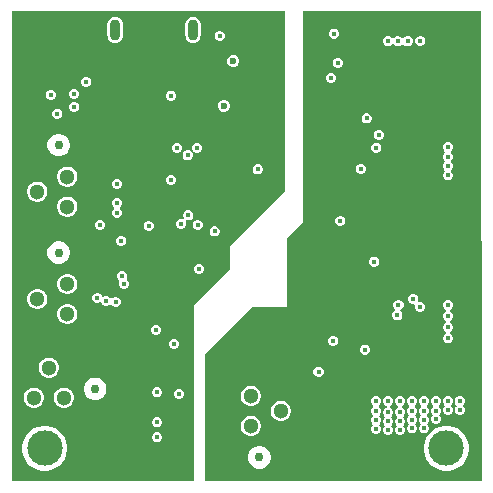
<source format=gbr>
%TF.GenerationSoftware,Altium Limited,Altium Designer,22.10.1 (41)*%
G04 Layer_Physical_Order=3*
G04 Layer_Color=16440176*
%FSLAX45Y45*%
%MOMM*%
%TF.SameCoordinates,8809E69D-4E27-4A4C-B9B4-EFB0CAEE90D1*%
%TF.FilePolarity,Positive*%
%TF.FileFunction,Copper,L3,Inr,Signal*%
%TF.Part,Single*%
G01*
G75*
%TA.AperFunction,ComponentPad*%
%ADD46C,1.30000*%
%ADD47C,0.75000*%
%TA.AperFunction,WasherPad*%
%ADD48C,3.00000*%
%TA.AperFunction,SMDPad,CuDef*%
%ADD49C,3.00000*%
%TA.AperFunction,ComponentPad*%
%ADD50O,0.90000X1.80000*%
%TA.AperFunction,ViaPad*%
%ADD51C,0.45000*%
%ADD52C,0.60000*%
%ADD53C,0.50000*%
G36*
X3995517Y3584072D02*
X3995537Y3568452D01*
X3995537Y3568452D01*
X3995537Y3568451D01*
X3996262Y2988530D01*
X3996262Y2988530D01*
X3996262Y2988529D01*
X3996583Y2732306D01*
X3996582Y2732305D01*
X3996583Y2732305D01*
X3996626Y2697621D01*
X3996626Y2697621D01*
X3996626Y2697621D01*
X3996725Y2618454D01*
X3996725Y2618454D01*
X3996725Y2618453D01*
X3997231Y2214047D01*
X3997231Y2214046D01*
X3997231Y2214046D01*
X3997618Y1904074D01*
X3997638Y1888454D01*
X3997638Y1888454D01*
X3997638Y1888453D01*
X3997694Y1843971D01*
X3997693Y1843970D01*
X3997694Y1843970D01*
X3998016Y1586576D01*
X3998015Y1586575D01*
X3998016Y1586575D01*
X3998055Y1555281D01*
X3998054Y1555281D01*
X3998055Y1555280D01*
X3998076Y1538428D01*
X3998075Y1538427D01*
X3998084Y1531029D01*
X3998085Y1531029D01*
X3998122Y1501547D01*
X3998122Y1501546D01*
X3998122Y1501546D01*
X3998138Y1488707D01*
X3998138Y1488707D01*
X3998138Y1488706D01*
X3998183Y1452697D01*
X3998183Y1452696D01*
X3998183Y1452696D01*
X3998239Y1408213D01*
X3998238Y1408213D01*
X3998239Y1408213D01*
X3998263Y1388972D01*
X3998263Y1388971D01*
X3998263Y1388971D01*
X3998355Y1314880D01*
X3998355Y1314880D01*
X3998355Y1314880D01*
X3998398Y1280834D01*
X3998398Y1280834D01*
X3998398Y1280833D01*
X3998437Y1250000D01*
X3998436Y1250000D01*
X3998437Y1250000D01*
X3998472Y1221547D01*
X3998472Y1221546D01*
X3998472Y1221546D01*
X3998527Y1177702D01*
X3998527Y1177702D01*
X3998527Y1177701D01*
X3998570Y1143656D01*
X3998569Y1143656D01*
X3998570Y1143655D01*
X3998625Y1099173D01*
X3998625Y1099172D01*
X3998625Y1099172D01*
X3998762Y990000D01*
X3998761Y990000D01*
X3998762Y990000D01*
X3998845Y923426D01*
X3998845Y923426D01*
X3998845Y923426D01*
X3999082Y733530D01*
X3999082Y733530D01*
X3999082Y733529D01*
X3999173Y661471D01*
X3999172Y661470D01*
X3999193Y644999D01*
X3999193D01*
X3999217Y625954D01*
X3999217Y625954D01*
X3999217Y625953D01*
X3999254Y596547D01*
X3999254Y596546D01*
X3999254Y596546D01*
X3999274Y580001D01*
X3999274Y580000D01*
X3999293Y565000D01*
X3999293Y565000D01*
X3999311Y550954D01*
X3999311Y550954D01*
X3999311Y550953D01*
X3999330Y535954D01*
X3999329Y535954D01*
X3999388Y488529D01*
X3999389D01*
X3999420Y463454D01*
X3999419Y463454D01*
X3999428Y456691D01*
X3999429Y456690D01*
X3999445Y444047D01*
X3999444Y444046D01*
X3999445Y444046D01*
X3999473Y421483D01*
X3999472Y421483D01*
X3999493Y404500D01*
X3999494D01*
X3999626Y298519D01*
X3999626Y298519D01*
X3999626Y298518D01*
X3999694Y244579D01*
X3999694Y244579D01*
X3999694Y244578D01*
X3999795Y164169D01*
X3999794Y164169D01*
X3999795Y164169D01*
X3999817Y146482D01*
X3999816Y146481D01*
X3999817Y146481D01*
X3999862Y110000D01*
X3999862Y110000D01*
X3999862Y109999D01*
X3999963Y29377D01*
X3990988Y20391D01*
X1656247D01*
Y1098750D01*
X2052497Y1495000D01*
X2349997D01*
X2354997Y2082500D01*
X2487497Y2215000D01*
Y4000000D01*
X3994997D01*
X3995517Y3584072D01*
D02*
G37*
G36*
X2335000Y2475000D02*
X1870000Y2010000D01*
Y1820000D01*
X1560000Y1510000D01*
Y20391D01*
X20391D01*
Y4000000D01*
X2335000D01*
Y2475000D01*
D02*
G37*
%LPC*%
G36*
X3380954Y3787501D02*
X3364047D01*
X3348426Y3781031D01*
X3336471Y3769076D01*
X3336351Y3768787D01*
X3323651D01*
X3323531Y3769076D01*
X3311576Y3781031D01*
X3295955Y3787501D01*
X3279048D01*
X3263428Y3781031D01*
X3253810Y3771414D01*
X3246252Y3770031D01*
X3238694Y3771414D01*
X3229077Y3781031D01*
X3213456Y3787501D01*
X3196549D01*
X3180928Y3781031D01*
X3168973Y3769076D01*
X3162503Y3753455D01*
Y3736548D01*
X3168973Y3720927D01*
X3180928Y3708972D01*
X3196549Y3702502D01*
X3213456D01*
X3229077Y3708972D01*
X3238694Y3718589D01*
X3246252Y3719972D01*
X3253810Y3718589D01*
X3263428Y3708972D01*
X3279048Y3702502D01*
X3295955D01*
X3311576Y3708972D01*
X3323531Y3720927D01*
X3323651Y3721216D01*
X3336351D01*
X3336471Y3720927D01*
X3348426Y3708972D01*
X3364047Y3702502D01*
X3380954D01*
X3396574Y3708972D01*
X3408530Y3720927D01*
X3415000Y3736548D01*
Y3753455D01*
X3408530Y3769076D01*
X3396574Y3781031D01*
X3380954Y3787501D01*
D02*
G37*
G36*
X2758454Y3852500D02*
X2741546D01*
X2725926Y3846030D01*
X2713970Y3834074D01*
X2707500Y3818454D01*
Y3801546D01*
X2713970Y3785926D01*
X2725926Y3773970D01*
X2741546Y3767500D01*
X2758454D01*
X2774074Y3773970D01*
X2786030Y3785926D01*
X2792500Y3801546D01*
Y3818454D01*
X2786030Y3834074D01*
X2774074Y3846030D01*
X2758454Y3852500D01*
D02*
G37*
G36*
X3488452Y3790001D02*
X3471544D01*
X3455924Y3783530D01*
X3443968Y3771575D01*
X3437498Y3755954D01*
Y3739047D01*
X3443968Y3723427D01*
X3455924Y3711471D01*
X3471544Y3705001D01*
X3488452D01*
X3504072Y3711471D01*
X3516028Y3723427D01*
X3522498Y3739047D01*
Y3755954D01*
X3516028Y3771575D01*
X3504072Y3783530D01*
X3488452Y3790001D01*
D02*
G37*
G36*
X2788453Y3602498D02*
X2771546D01*
X2755925Y3596028D01*
X2743970Y3584072D01*
X2737500Y3568452D01*
Y3551544D01*
X2743970Y3535924D01*
X2755925Y3523968D01*
X2771546Y3517498D01*
X2788453D01*
X2804074Y3523968D01*
X2816029Y3535924D01*
X2822499Y3551544D01*
Y3568452D01*
X2816029Y3584072D01*
X2804074Y3596028D01*
X2788453Y3602498D01*
D02*
G37*
G36*
X2733253Y3477499D02*
X2716346D01*
X2700725Y3471029D01*
X2688770Y3459074D01*
X2682300Y3443453D01*
Y3426546D01*
X2688770Y3410925D01*
X2700725Y3398970D01*
X2716346Y3392500D01*
X2733253D01*
X2748874Y3398970D01*
X2760829Y3410925D01*
X2767299Y3426546D01*
Y3443453D01*
X2760829Y3459074D01*
X2748874Y3471029D01*
X2733253Y3477499D01*
D02*
G37*
G36*
X3033454Y3135000D02*
X3016546D01*
X3000926Y3128530D01*
X2988970Y3116574D01*
X2982500Y3100954D01*
Y3084046D01*
X2988970Y3068426D01*
X3000926Y3056470D01*
X3016546Y3050000D01*
X3033454D01*
X3049074Y3056470D01*
X3061030Y3068426D01*
X3067500Y3084046D01*
Y3100954D01*
X3061030Y3116574D01*
X3049074Y3128530D01*
X3033454Y3135000D01*
D02*
G37*
G36*
X3135954Y2995000D02*
X3119046D01*
X3103426Y2988530D01*
X3091470Y2976574D01*
X3085000Y2960954D01*
Y2944046D01*
X3091470Y2928426D01*
X3103426Y2916470D01*
X3119046Y2910000D01*
X3135954D01*
X3151574Y2916470D01*
X3163530Y2928426D01*
X3170000Y2944046D01*
Y2960954D01*
X3163530Y2976574D01*
X3151574Y2988530D01*
X3135954Y2995000D01*
D02*
G37*
G36*
X3115954Y2887500D02*
X3099046D01*
X3083426Y2881030D01*
X3071470Y2869074D01*
X3065000Y2853454D01*
Y2836546D01*
X3071470Y2820926D01*
X3083426Y2808970D01*
X3099046Y2802500D01*
X3115954D01*
X3131574Y2808970D01*
X3143530Y2820926D01*
X3150000Y2836546D01*
Y2853454D01*
X3143530Y2869074D01*
X3131574Y2881030D01*
X3115954Y2887500D01*
D02*
G37*
G36*
X2983454Y2705000D02*
X2966546D01*
X2950926Y2698530D01*
X2938970Y2686574D01*
X2932500Y2670954D01*
Y2654046D01*
X2938970Y2638426D01*
X2950926Y2626470D01*
X2966546Y2620000D01*
X2983454D01*
X2999074Y2626470D01*
X3011030Y2638426D01*
X3017500Y2654046D01*
Y2670954D01*
X3011030Y2686574D01*
X2999074Y2698530D01*
X2983454Y2705000D01*
D02*
G37*
G36*
X3721453Y2890002D02*
X3704545D01*
X3688925Y2883532D01*
X3676969Y2871577D01*
X3670499Y2855956D01*
Y2839049D01*
X3676969Y2823428D01*
X3684231Y2816167D01*
X3687511Y2807919D01*
X3684231Y2799671D01*
X3676969Y2792409D01*
X3670499Y2776789D01*
Y2759881D01*
X3676969Y2744261D01*
X3684231Y2736999D01*
X3687511Y2728751D01*
X3684231Y2720503D01*
X3676969Y2713242D01*
X3670499Y2697621D01*
Y2680714D01*
X3676969Y2665093D01*
X3684231Y2657832D01*
X3687511Y2649584D01*
X3684231Y2641336D01*
X3676969Y2634074D01*
X3670499Y2618454D01*
Y2601546D01*
X3676969Y2585926D01*
X3688925Y2573970D01*
X3704545Y2567500D01*
X3721453D01*
X3737073Y2573970D01*
X3749029Y2585926D01*
X3755499Y2601546D01*
Y2618454D01*
X3749029Y2634074D01*
X3741767Y2641336D01*
X3738487Y2649584D01*
X3741767Y2657832D01*
X3749029Y2665093D01*
X3755499Y2680714D01*
Y2697621D01*
X3749029Y2713242D01*
X3741767Y2720503D01*
X3738487Y2728751D01*
X3741767Y2736999D01*
X3749029Y2744261D01*
X3755499Y2759881D01*
Y2776789D01*
X3749029Y2792409D01*
X3741767Y2799671D01*
X3738487Y2807919D01*
X3741767Y2816167D01*
X3749029Y2823428D01*
X3755499Y2839049D01*
Y2855956D01*
X3749029Y2871577D01*
X3737073Y2883532D01*
X3721453Y2890002D01*
D02*
G37*
G36*
X2810954Y2265000D02*
X2794046D01*
X2778426Y2258530D01*
X2766470Y2246574D01*
X2760000Y2230954D01*
Y2214046D01*
X2766470Y2198426D01*
X2778426Y2186470D01*
X2794046Y2180000D01*
X2810954D01*
X2826574Y2186470D01*
X2838530Y2198426D01*
X2845000Y2214046D01*
Y2230954D01*
X2838530Y2246574D01*
X2826574Y2258530D01*
X2810954Y2265000D01*
D02*
G37*
G36*
X3098454Y1922500D02*
X3081546D01*
X3065926Y1916030D01*
X3053970Y1904074D01*
X3047500Y1888454D01*
Y1871546D01*
X3053970Y1855926D01*
X3065926Y1843970D01*
X3081546Y1837500D01*
X3098454D01*
X3114074Y1843970D01*
X3126030Y1855926D01*
X3132500Y1871546D01*
Y1888454D01*
X3126030Y1904074D01*
X3114074Y1916030D01*
X3098454Y1922500D01*
D02*
G37*
G36*
X3428452Y1605001D02*
X3411545D01*
X3395924Y1598531D01*
X3383969Y1586575D01*
X3377498Y1570955D01*
Y1554048D01*
X3383969Y1538427D01*
X3395924Y1526472D01*
X3411545Y1520002D01*
X3425608D01*
X3432338Y1513115D01*
X3434739Y1508859D01*
X3432500Y1503454D01*
Y1486546D01*
X3438970Y1470926D01*
X3450926Y1458970D01*
X3466546Y1452500D01*
X3483454D01*
X3499074Y1458970D01*
X3511030Y1470926D01*
X3517500Y1486546D01*
Y1503454D01*
X3511030Y1519074D01*
X3499074Y1531030D01*
X3483454Y1537500D01*
X3469390D01*
X3462661Y1544386D01*
X3460259Y1548642D01*
X3462498Y1554048D01*
Y1570955D01*
X3456028Y1586575D01*
X3444072Y1598531D01*
X3428452Y1605001D01*
D02*
G37*
G36*
X3303171Y1555281D02*
X3286264D01*
X3270643Y1548810D01*
X3258688Y1536855D01*
X3252218Y1521234D01*
Y1504327D01*
X3258688Y1488707D01*
X3269194Y1478201D01*
X3269336Y1470032D01*
X3268169Y1464030D01*
X3260928Y1461031D01*
X3248973Y1449075D01*
X3242503Y1433455D01*
Y1416547D01*
X3248973Y1400927D01*
X3260928Y1388971D01*
X3276549Y1382501D01*
X3293456D01*
X3309076Y1388971D01*
X3321032Y1400927D01*
X3327502Y1416547D01*
Y1433455D01*
X3321032Y1449075D01*
X3310526Y1459581D01*
X3310384Y1467750D01*
X3311551Y1473752D01*
X3318792Y1476751D01*
X3330747Y1488707D01*
X3337217Y1504327D01*
Y1521234D01*
X3330747Y1536855D01*
X3318792Y1548810D01*
X3303171Y1555281D01*
D02*
G37*
G36*
X3720952Y1552500D02*
X3704045D01*
X3688424Y1546030D01*
X3676469Y1534074D01*
X3669999Y1518454D01*
Y1501546D01*
X3676469Y1485926D01*
X3688424Y1473970D01*
X3697511Y1470207D01*
Y1456460D01*
X3688424Y1452696D01*
X3676469Y1440741D01*
X3669999Y1425120D01*
Y1408213D01*
X3676469Y1392593D01*
X3688424Y1380637D01*
X3697511Y1376873D01*
Y1363127D01*
X3688424Y1359363D01*
X3676469Y1347408D01*
X3669999Y1331787D01*
Y1314880D01*
X3676469Y1299259D01*
X3688424Y1287304D01*
X3697511Y1283540D01*
Y1269793D01*
X3688424Y1266030D01*
X3676469Y1254074D01*
X3669999Y1238454D01*
Y1221546D01*
X3676469Y1205926D01*
X3688424Y1193970D01*
X3704045Y1187500D01*
X3720952D01*
X3736573Y1193970D01*
X3748528Y1205926D01*
X3754998Y1221546D01*
Y1238454D01*
X3748528Y1254074D01*
X3736573Y1266030D01*
X3727486Y1269793D01*
Y1283540D01*
X3736573Y1287304D01*
X3748528Y1299259D01*
X3754998Y1314880D01*
Y1331787D01*
X3748528Y1347408D01*
X3736573Y1359363D01*
X3727486Y1363127D01*
Y1376873D01*
X3736573Y1380637D01*
X3748528Y1392593D01*
X3754998Y1408213D01*
Y1425120D01*
X3748528Y1440741D01*
X3736573Y1452696D01*
X3727486Y1456460D01*
Y1470207D01*
X3736573Y1473970D01*
X3748528Y1485926D01*
X3754998Y1501546D01*
Y1518454D01*
X3748528Y1534074D01*
X3736573Y1546030D01*
X3720952Y1552500D01*
D02*
G37*
G36*
X2750954Y1250000D02*
X2734046D01*
X2718426Y1243530D01*
X2706470Y1231574D01*
X2700000Y1215954D01*
Y1199046D01*
X2706470Y1183426D01*
X2718426Y1171470D01*
X2734046Y1165000D01*
X2750954D01*
X2766574Y1171470D01*
X2778530Y1183426D01*
X2785000Y1199046D01*
Y1215954D01*
X2778530Y1231574D01*
X2766574Y1243530D01*
X2750954Y1250000D01*
D02*
G37*
G36*
X3018711Y1177702D02*
X3001804D01*
X2986183Y1171232D01*
X2974228Y1159276D01*
X2967758Y1143656D01*
Y1126748D01*
X2974228Y1111128D01*
X2986183Y1099172D01*
X3001804Y1092702D01*
X3018711D01*
X3034331Y1099172D01*
X3046287Y1111128D01*
X3052757Y1126748D01*
Y1143656D01*
X3046287Y1159276D01*
X3034331Y1171232D01*
X3018711Y1177702D01*
D02*
G37*
G36*
X2625954Y990000D02*
X2609046D01*
X2593426Y983530D01*
X2581470Y971574D01*
X2575000Y955954D01*
Y939046D01*
X2581470Y923426D01*
X2593426Y911470D01*
X2609046Y905000D01*
X2625954D01*
X2641574Y911470D01*
X2653530Y923426D01*
X2660000Y939046D01*
Y955954D01*
X2653530Y971574D01*
X2641574Y983530D01*
X2625954Y990000D01*
D02*
G37*
G36*
X2054689Y828499D02*
X2032308D01*
X2010689Y822707D01*
X1991307Y811517D01*
X1975481Y795691D01*
X1964291Y776308D01*
X1958498Y754690D01*
Y732309D01*
X1964291Y710691D01*
X1975481Y691308D01*
X1991307Y675483D01*
X2010689Y664292D01*
X2032308Y658500D01*
X2054689D01*
X2076307Y664292D01*
X2095689Y675483D01*
X2111515Y691308D01*
X2122705Y710691D01*
X2128498Y732309D01*
Y754690D01*
X2122705Y776308D01*
X2111515Y795691D01*
X2095689Y811517D01*
X2076307Y822707D01*
X2054689Y828499D01*
D02*
G37*
G36*
X3821669Y740000D02*
X3804762D01*
X3789141Y733530D01*
X3777185Y721574D01*
X3770715Y705954D01*
Y689046D01*
X3777185Y673426D01*
X3782315Y668297D01*
X3788113Y660000D01*
X3782315Y651703D01*
X3777185Y646574D01*
X3770715Y630954D01*
Y614046D01*
X3777185Y598426D01*
X3789141Y586470D01*
X3804762Y580000D01*
X3821669D01*
X3837289Y586470D01*
X3849245Y598426D01*
X3855715Y614046D01*
Y630954D01*
X3849245Y646574D01*
X3844116Y651703D01*
X3838317Y660000D01*
X3844116Y668297D01*
X3849245Y673426D01*
X3855715Y689046D01*
Y705954D01*
X3849245Y721574D01*
X3837289Y733530D01*
X3821669Y740000D01*
D02*
G37*
G36*
X3720597D02*
X3703690D01*
X3688069Y733530D01*
X3676114Y721574D01*
X3669644Y705954D01*
Y689046D01*
X3676114Y673426D01*
X3681243Y668297D01*
X3687041Y660000D01*
X3681243Y651703D01*
X3676114Y646574D01*
X3669644Y630954D01*
Y614046D01*
X3676114Y598426D01*
X3688069Y586470D01*
X3703690Y580000D01*
X3720597D01*
X3736218Y586470D01*
X3748173Y598426D01*
X3754643Y614046D01*
Y630954D01*
X3748173Y646574D01*
X3743044Y651703D01*
X3737246Y660000D01*
X3743044Y668297D01*
X3748173Y673426D01*
X3754643Y689046D01*
Y705954D01*
X3748173Y721574D01*
X3736218Y733530D01*
X3720597Y740000D01*
D02*
G37*
G36*
X2308689Y701499D02*
X2286308D01*
X2264689Y695707D01*
X2245307Y684517D01*
X2229481Y668691D01*
X2218291Y649308D01*
X2212498Y627690D01*
Y605309D01*
X2218291Y583691D01*
X2229481Y564308D01*
X2245307Y548483D01*
X2264689Y537292D01*
X2286308Y531500D01*
X2308689D01*
X2330307Y537292D01*
X2349689Y548483D01*
X2365515Y564308D01*
X2376705Y583691D01*
X2382498Y605309D01*
Y627690D01*
X2376705Y649308D01*
X2365515Y668691D01*
X2349689Y684517D01*
X2330307Y695707D01*
X2308689Y701499D01*
D02*
G37*
G36*
X3619525Y740000D02*
X3602618D01*
X3586998Y733530D01*
X3575042Y721574D01*
X3568572Y705954D01*
Y689046D01*
X3575042Y673426D01*
X3582893Y665576D01*
X3585644Y657500D01*
X3582893Y649424D01*
X3575042Y641574D01*
X3568572Y625954D01*
Y609046D01*
X3575042Y593426D01*
X3585968Y582500D01*
X3575042Y571574D01*
X3568572Y555954D01*
Y539046D01*
X3575042Y523426D01*
X3586998Y511470D01*
X3602618Y505000D01*
X3619525D01*
X3635146Y511470D01*
X3647101Y523426D01*
X3653572Y539046D01*
Y555954D01*
X3647101Y571574D01*
X3636176Y582500D01*
X3647101Y593426D01*
X3653572Y609046D01*
Y625954D01*
X3647101Y641574D01*
X3639251Y649424D01*
X3636499Y657500D01*
X3639251Y665576D01*
X3647101Y673426D01*
X3653572Y689046D01*
Y705954D01*
X3647101Y721574D01*
X3635146Y733530D01*
X3619525Y740000D01*
D02*
G37*
G36*
X3518454D02*
X3501546D01*
X3485926Y733530D01*
X3473970Y721574D01*
X3467500Y705954D01*
Y689046D01*
X3473970Y673426D01*
X3481821Y665576D01*
X3484573Y657500D01*
X3481821Y649424D01*
X3473970Y641574D01*
X3467500Y625954D01*
Y609046D01*
X3473970Y593426D01*
X3480350Y587047D01*
X3484549Y578750D01*
X3480350Y570453D01*
X3473970Y564074D01*
X3467500Y548454D01*
Y531546D01*
X3473970Y515926D01*
X3477850Y512047D01*
X3485717Y503750D01*
X3477850Y495453D01*
X3473970Y491574D01*
X3467500Y475954D01*
Y459046D01*
X3473970Y443426D01*
X3485926Y431470D01*
X3501546Y425000D01*
X3518454D01*
X3534074Y431470D01*
X3546030Y443426D01*
X3552500Y459046D01*
Y475954D01*
X3546030Y491574D01*
X3542151Y495453D01*
X3534284Y503750D01*
X3542151Y512047D01*
X3546030Y515926D01*
X3552500Y531546D01*
Y548454D01*
X3546030Y564074D01*
X3539651Y570453D01*
X3535451Y578750D01*
X3539651Y587047D01*
X3546030Y593426D01*
X3552500Y609046D01*
Y625954D01*
X3546030Y641574D01*
X3538179Y649424D01*
X3535428Y657500D01*
X3538179Y665576D01*
X3546030Y673426D01*
X3552500Y689046D01*
Y705954D01*
X3546030Y721574D01*
X3534074Y733530D01*
X3518454Y740000D01*
D02*
G37*
G36*
X3417382D02*
X3400475D01*
X3384854Y733530D01*
X3372899Y721574D01*
X3366429Y705954D01*
Y689046D01*
X3372899Y673426D01*
X3380749Y665576D01*
X3383501Y657500D01*
X3380749Y649424D01*
X3372899Y641574D01*
X3366429Y625954D01*
Y609046D01*
X3372899Y593426D01*
X3378028Y588297D01*
X3383826Y580000D01*
X3378028Y571703D01*
X3372899Y566574D01*
X3366429Y550954D01*
Y534046D01*
X3372899Y518426D01*
X3378028Y513297D01*
X3383826Y505000D01*
X3378028Y496703D01*
X3372899Y491574D01*
X3366429Y475954D01*
Y459046D01*
X3372899Y443426D01*
X3384854Y431470D01*
X3400475Y425000D01*
X3417382D01*
X3433003Y431470D01*
X3444958Y443426D01*
X3451428Y459046D01*
Y475954D01*
X3444958Y491574D01*
X3439829Y496703D01*
X3434030Y505000D01*
X3439829Y513297D01*
X3444958Y518426D01*
X3451428Y534046D01*
Y550954D01*
X3444958Y566574D01*
X3439829Y571703D01*
X3434030Y580000D01*
X3439829Y588297D01*
X3444958Y593426D01*
X3451428Y609046D01*
Y625954D01*
X3444958Y641574D01*
X3437108Y649424D01*
X3434356Y657500D01*
X3437108Y665576D01*
X3444958Y673426D01*
X3451428Y689046D01*
Y705954D01*
X3444958Y721574D01*
X3433003Y733530D01*
X3417382Y740000D01*
D02*
G37*
G36*
X3114167D02*
X3097260D01*
X3081639Y733530D01*
X3069684Y721574D01*
X3063214Y705954D01*
Y689046D01*
X3069684Y673426D01*
X3080362Y662747D01*
X3081062Y655500D01*
X3080362Y648253D01*
X3069684Y637574D01*
X3063214Y621954D01*
Y605046D01*
X3069684Y589426D01*
X3076063Y583047D01*
X3080262Y574750D01*
X3076063Y566453D01*
X3069684Y560074D01*
X3063214Y544454D01*
Y527546D01*
X3069684Y511926D01*
X3073563Y508047D01*
X3081430Y499750D01*
X3073563Y491453D01*
X3069684Y487574D01*
X3063214Y471954D01*
Y455046D01*
X3069684Y439426D01*
X3081639Y427470D01*
X3097260Y421000D01*
X3114167D01*
X3129787Y427470D01*
X3141743Y439426D01*
X3148213Y455046D01*
Y471954D01*
X3141743Y487574D01*
X3137864Y491453D01*
X3129997Y499750D01*
X3137864Y508047D01*
X3141743Y511926D01*
X3148213Y527546D01*
Y544454D01*
X3141743Y560074D01*
X3135364Y566453D01*
X3131165Y574750D01*
X3135364Y583047D01*
X3141743Y589426D01*
X3148213Y605046D01*
Y621954D01*
X3141743Y637574D01*
X3131064Y648253D01*
X3130364Y655500D01*
X3131064Y662747D01*
X3141743Y673426D01*
X3148213Y689046D01*
Y705954D01*
X3141743Y721574D01*
X3129787Y733530D01*
X3114167Y740000D01*
D02*
G37*
G36*
X3316310D02*
X3299403D01*
X3283783Y733530D01*
X3271827Y721574D01*
X3265357Y705954D01*
Y689046D01*
X3271827Y673426D01*
X3283783Y661470D01*
X3291863Y658123D01*
Y644377D01*
X3283783Y641030D01*
X3271827Y629074D01*
X3265357Y613454D01*
Y596546D01*
X3271827Y580926D01*
X3278206Y574547D01*
X3282405Y566250D01*
X3278206Y557953D01*
X3271827Y551574D01*
X3265357Y535954D01*
Y519046D01*
X3271827Y503426D01*
X3275706Y499547D01*
X3283573Y491250D01*
X3275706Y482953D01*
X3271827Y479074D01*
X3265357Y463454D01*
Y446546D01*
X3271827Y430926D01*
X3283783Y418970D01*
X3299403Y412500D01*
X3316310D01*
X3331931Y418970D01*
X3343886Y430926D01*
X3350357Y446546D01*
Y463454D01*
X3343886Y479074D01*
X3340007Y482953D01*
X3332140Y491250D01*
X3340007Y499547D01*
X3343886Y503426D01*
X3350357Y519046D01*
Y535954D01*
X3343886Y551574D01*
X3337507Y557953D01*
X3333308Y566250D01*
X3337507Y574547D01*
X3343886Y580926D01*
X3350357Y596546D01*
Y613454D01*
X3343886Y629074D01*
X3331931Y641030D01*
X3323850Y644377D01*
Y658123D01*
X3331931Y661470D01*
X3343886Y673426D01*
X3350357Y689046D01*
Y705954D01*
X3343886Y721574D01*
X3331931Y733530D01*
X3316310Y740000D01*
D02*
G37*
G36*
X3215239D02*
X3198331D01*
X3182711Y733530D01*
X3170755Y721574D01*
X3164285Y705954D01*
Y689046D01*
X3170755Y673426D01*
X3182711Y661470D01*
X3194148Y656733D01*
Y643267D01*
X3182711Y638530D01*
X3170755Y626574D01*
X3164285Y610954D01*
Y594046D01*
X3170755Y578426D01*
X3175884Y573297D01*
X3181683Y565000D01*
X3175884Y556703D01*
X3170755Y551574D01*
X3164285Y535954D01*
Y519046D01*
X3170755Y503426D01*
X3175885Y498297D01*
X3181683Y490000D01*
X3175885Y481703D01*
X3170755Y476574D01*
X3164285Y460954D01*
Y444046D01*
X3170755Y428426D01*
X3182711Y416470D01*
X3198331Y410000D01*
X3215239D01*
X3230859Y416470D01*
X3242815Y428426D01*
X3249285Y444046D01*
Y460954D01*
X3242815Y476574D01*
X3237685Y481703D01*
X3231887Y490000D01*
X3237685Y498297D01*
X3242815Y503426D01*
X3249285Y519046D01*
Y535954D01*
X3242815Y551574D01*
X3237686Y556703D01*
X3231887Y565000D01*
X3237686Y573297D01*
X3242815Y578426D01*
X3249285Y594046D01*
Y610954D01*
X3242815Y626574D01*
X3230859Y638530D01*
X3219422Y643267D01*
Y656733D01*
X3230859Y661470D01*
X3242815Y673426D01*
X3249285Y689046D01*
Y705954D01*
X3242815Y721574D01*
X3230859Y733530D01*
X3215239Y740000D01*
D02*
G37*
G36*
X2054689Y574499D02*
X2032308D01*
X2010689Y568707D01*
X1991307Y557517D01*
X1975481Y541691D01*
X1964291Y522308D01*
X1958498Y500690D01*
Y478309D01*
X1964291Y456691D01*
X1975481Y437308D01*
X1991307Y421483D01*
X2010689Y410292D01*
X2032308Y404500D01*
X2054689D01*
X2076307Y410292D01*
X2095689Y421483D01*
X2111515Y437308D01*
X2122705Y456691D01*
X2128498Y478309D01*
Y500690D01*
X2122705Y522308D01*
X2111515Y541691D01*
X2095689Y557517D01*
X2076307Y568707D01*
X2054689Y574499D01*
D02*
G37*
G36*
X2130005Y317500D02*
X2104991D01*
X2080830Y311026D01*
X2059167Y298519D01*
X2041480Y280831D01*
X2028973Y259168D01*
X2022499Y235007D01*
Y209993D01*
X2028973Y185831D01*
X2041480Y164169D01*
X2059167Y146481D01*
X2080830Y133974D01*
X2104991Y127500D01*
X2130005D01*
X2154167Y133974D01*
X2175830Y146481D01*
X2193517Y164169D01*
X2206024Y185831D01*
X2212498Y209993D01*
Y235007D01*
X2206024Y259168D01*
X2193517Y280831D01*
X2175830Y298519D01*
X2154167Y311026D01*
X2130005Y317500D01*
D02*
G37*
G36*
X3718711Y489999D02*
X3681284D01*
X3644577Y482698D01*
X3609999Y468375D01*
X3578880Y447582D01*
X3552415Y421117D01*
X3531622Y389998D01*
X3517300Y355420D01*
X3509998Y318713D01*
Y281286D01*
X3517300Y244579D01*
X3531622Y210001D01*
X3552415Y178882D01*
X3578880Y152417D01*
X3609999Y131624D01*
X3644577Y117301D01*
X3681284Y110000D01*
X3718711D01*
X3755418Y117301D01*
X3789996Y131624D01*
X3821116Y152417D01*
X3847580Y178882D01*
X3868373Y210001D01*
X3882696Y244579D01*
X3889998Y281286D01*
Y318713D01*
X3882696Y355420D01*
X3868373Y389998D01*
X3847580Y421117D01*
X3821116Y447582D01*
X3789996Y468375D01*
X3755418Y482698D01*
X3718711Y489999D01*
D02*
G37*
G36*
X1788454Y3832500D02*
X1771546D01*
X1755926Y3826030D01*
X1743970Y3814074D01*
X1737500Y3798454D01*
Y3781546D01*
X1743970Y3765926D01*
X1755926Y3753970D01*
X1771546Y3747500D01*
X1788454D01*
X1804074Y3753970D01*
X1816030Y3765926D01*
X1822500Y3781546D01*
Y3798454D01*
X1816030Y3814074D01*
X1804074Y3826030D01*
X1788454Y3832500D01*
D02*
G37*
G36*
X1554998Y3953062D02*
X1538030Y3950829D01*
X1522218Y3944279D01*
X1508640Y3933860D01*
X1498221Y3920282D01*
X1491671Y3904470D01*
X1489437Y3887502D01*
Y3797502D01*
X1491671Y3780533D01*
X1498221Y3764721D01*
X1508640Y3751144D01*
X1522218Y3740725D01*
X1538030Y3734175D01*
X1554998Y3731941D01*
X1571967Y3734175D01*
X1587778Y3740725D01*
X1601356Y3751144D01*
X1611775Y3764721D01*
X1618325Y3780533D01*
X1620559Y3797502D01*
Y3887502D01*
X1618325Y3904470D01*
X1611775Y3920282D01*
X1601356Y3933860D01*
X1587778Y3944279D01*
X1571967Y3950829D01*
X1554998Y3953062D01*
D02*
G37*
G36*
X894999D02*
X878031Y3950829D01*
X862219Y3944279D01*
X848641Y3933860D01*
X838222Y3920282D01*
X831673Y3904470D01*
X829439Y3887502D01*
Y3797502D01*
X831673Y3780533D01*
X838222Y3764721D01*
X848641Y3751144D01*
X862219Y3740725D01*
X878031Y3734175D01*
X894999Y3731941D01*
X911968Y3734175D01*
X927780Y3740725D01*
X941358Y3751144D01*
X951777Y3764721D01*
X958326Y3780533D01*
X960560Y3797502D01*
Y3887502D01*
X958326Y3904470D01*
X951777Y3920282D01*
X941358Y3933860D01*
X927780Y3944279D01*
X911968Y3950829D01*
X894999Y3953062D01*
D02*
G37*
G36*
X1906895Y3627104D02*
X1887003D01*
X1868626Y3619492D01*
X1854561Y3605427D01*
X1846949Y3587050D01*
Y3567159D01*
X1854561Y3548782D01*
X1868626Y3534716D01*
X1887003Y3527104D01*
X1906895D01*
X1925272Y3534716D01*
X1939337Y3548782D01*
X1946949Y3567159D01*
Y3587050D01*
X1939337Y3605427D01*
X1925272Y3619492D01*
X1906895Y3627104D01*
D02*
G37*
G36*
X659953Y3442498D02*
X643046D01*
X627426Y3436028D01*
X615470Y3424072D01*
X609000Y3408452D01*
Y3391545D01*
X615470Y3375924D01*
X627426Y3363969D01*
X643046Y3357498D01*
X659953D01*
X675574Y3363969D01*
X687529Y3375924D01*
X694000Y3391545D01*
Y3408452D01*
X687529Y3424072D01*
X675574Y3436028D01*
X659953Y3442498D01*
D02*
G37*
G36*
X555954Y3342500D02*
X539046D01*
X523426Y3336030D01*
X511470Y3324074D01*
X505000Y3308454D01*
Y3291546D01*
X511470Y3275926D01*
X523426Y3263970D01*
X539046Y3257500D01*
X555954D01*
X571574Y3263970D01*
X583530Y3275926D01*
X590000Y3291546D01*
Y3308454D01*
X583530Y3324074D01*
X571574Y3336030D01*
X555954Y3342500D01*
D02*
G37*
G36*
X358454Y3335000D02*
X341546D01*
X325926Y3328530D01*
X313970Y3316574D01*
X307500Y3300954D01*
Y3284046D01*
X313970Y3268426D01*
X325926Y3256470D01*
X341546Y3250000D01*
X358454D01*
X374074Y3256470D01*
X386030Y3268426D01*
X392500Y3284046D01*
Y3300954D01*
X386030Y3316574D01*
X374074Y3328530D01*
X358454Y3335000D01*
D02*
G37*
G36*
X1378453Y3327502D02*
X1361546D01*
X1345926Y3321032D01*
X1333970Y3309076D01*
X1327500Y3293456D01*
Y3276549D01*
X1333970Y3260928D01*
X1345926Y3248973D01*
X1361546Y3242503D01*
X1378453D01*
X1394074Y3248973D01*
X1406029Y3260928D01*
X1412500Y3276549D01*
Y3293456D01*
X1406029Y3309076D01*
X1394074Y3321032D01*
X1378453Y3327502D01*
D02*
G37*
G36*
X1825482Y3249460D02*
X1805590D01*
X1787213Y3241848D01*
X1773148Y3227783D01*
X1765536Y3209406D01*
Y3189515D01*
X1773148Y3171138D01*
X1787213Y3157072D01*
X1805590Y3149461D01*
X1825482D01*
X1843859Y3157072D01*
X1857924Y3171138D01*
X1865536Y3189515D01*
Y3209406D01*
X1857924Y3227783D01*
X1843859Y3241848D01*
X1825482Y3249460D01*
D02*
G37*
G36*
X558452Y3232100D02*
X541545D01*
X525924Y3225630D01*
X513968Y3213674D01*
X507498Y3198054D01*
Y3181146D01*
X513968Y3165526D01*
X525924Y3153570D01*
X541545Y3147100D01*
X558452D01*
X574072Y3153570D01*
X586028Y3165526D01*
X592498Y3181146D01*
Y3198054D01*
X586028Y3213674D01*
X574072Y3225630D01*
X558452Y3232100D01*
D02*
G37*
G36*
X415954Y3175000D02*
X399046D01*
X383426Y3168530D01*
X371470Y3156574D01*
X365000Y3140954D01*
Y3124046D01*
X371470Y3108426D01*
X383426Y3096470D01*
X399046Y3090000D01*
X415954D01*
X431574Y3096470D01*
X443530Y3108426D01*
X450000Y3124046D01*
Y3140954D01*
X443530Y3156574D01*
X431574Y3168530D01*
X415954Y3175000D01*
D02*
G37*
G36*
X1597743Y2885139D02*
X1580836D01*
X1565215Y2878668D01*
X1553260Y2866713D01*
X1546789Y2851092D01*
Y2834185D01*
X1553260Y2818565D01*
X1565215Y2806609D01*
X1580836Y2800139D01*
X1597743D01*
X1613363Y2806609D01*
X1625319Y2818565D01*
X1631789Y2834185D01*
Y2851092D01*
X1625319Y2866713D01*
X1613363Y2878668D01*
X1597743Y2885139D01*
D02*
G37*
G36*
X1428523D02*
X1411616D01*
X1395995Y2878668D01*
X1384040Y2866713D01*
X1377570Y2851092D01*
Y2834185D01*
X1384040Y2818565D01*
X1395995Y2806609D01*
X1411616Y2800139D01*
X1428523D01*
X1444143Y2806609D01*
X1456099Y2818565D01*
X1462569Y2834185D01*
Y2851092D01*
X1456099Y2866713D01*
X1444143Y2878668D01*
X1428523Y2885139D01*
D02*
G37*
G36*
X430506Y2961999D02*
X405492D01*
X381330Y2955525D01*
X359668Y2943018D01*
X341980Y2925331D01*
X329473Y2903668D01*
X322999Y2879507D01*
Y2854493D01*
X329473Y2830331D01*
X341980Y2808668D01*
X359668Y2790981D01*
X381330Y2778474D01*
X405492Y2772000D01*
X430506D01*
X454667Y2778474D01*
X476330Y2790981D01*
X494018Y2808668D01*
X506525Y2830331D01*
X512999Y2854493D01*
Y2879507D01*
X506525Y2903668D01*
X494018Y2925331D01*
X476330Y2943018D01*
X454667Y2955525D01*
X430506Y2961999D01*
D02*
G37*
G36*
X1518454Y2822500D02*
X1501546D01*
X1485926Y2816030D01*
X1473970Y2804074D01*
X1467500Y2788454D01*
Y2771546D01*
X1473970Y2755926D01*
X1485926Y2743970D01*
X1501546Y2737500D01*
X1518454D01*
X1534074Y2743970D01*
X1546030Y2755926D01*
X1552500Y2771546D01*
Y2788454D01*
X1546030Y2804074D01*
X1534074Y2816030D01*
X1518454Y2822500D01*
D02*
G37*
G36*
X2110954Y2702500D02*
X2094046D01*
X2078426Y2696030D01*
X2066470Y2684074D01*
X2060000Y2668454D01*
Y2651546D01*
X2066470Y2635926D01*
X2078426Y2623970D01*
X2094046Y2617500D01*
X2110954D01*
X2126574Y2623970D01*
X2138530Y2635926D01*
X2145000Y2651546D01*
Y2668454D01*
X2138530Y2684074D01*
X2126574Y2696030D01*
X2110954Y2702500D01*
D02*
G37*
G36*
X1378453Y2612502D02*
X1361546D01*
X1345926Y2606032D01*
X1333970Y2594077D01*
X1327500Y2578456D01*
Y2561549D01*
X1333970Y2545928D01*
X1345926Y2533973D01*
X1361546Y2527503D01*
X1378453D01*
X1394074Y2533973D01*
X1406029Y2545928D01*
X1412500Y2561549D01*
Y2578456D01*
X1406029Y2594077D01*
X1394074Y2606032D01*
X1378453Y2612502D01*
D02*
G37*
G36*
X503190Y2685000D02*
X480809D01*
X459191Y2679207D01*
X439808Y2668017D01*
X423982Y2652191D01*
X412792Y2632809D01*
X406999Y2611190D01*
Y2588809D01*
X412792Y2567191D01*
X423982Y2547809D01*
X439808Y2531983D01*
X459191Y2520793D01*
X480809Y2515000D01*
X503190D01*
X524808Y2520793D01*
X544190Y2531983D01*
X560016Y2547809D01*
X571207Y2567191D01*
X576999Y2588809D01*
Y2611190D01*
X571207Y2632809D01*
X560016Y2652191D01*
X544190Y2668017D01*
X524808Y2679207D01*
X503190Y2685000D01*
D02*
G37*
G36*
X920998Y2577623D02*
X904091D01*
X888470Y2571153D01*
X876515Y2559198D01*
X870045Y2543577D01*
Y2526670D01*
X876515Y2511050D01*
X888470Y2499094D01*
X904091Y2492624D01*
X920998D01*
X936619Y2499094D01*
X948574Y2511050D01*
X955044Y2526670D01*
Y2543577D01*
X948574Y2559198D01*
X936619Y2571153D01*
X920998Y2577623D01*
D02*
G37*
G36*
X249190Y2558000D02*
X226809D01*
X205191Y2552207D01*
X185808Y2541017D01*
X169982Y2525191D01*
X158792Y2505809D01*
X152999Y2484190D01*
Y2461809D01*
X158792Y2440191D01*
X169982Y2420809D01*
X185808Y2404983D01*
X205191Y2393793D01*
X226809Y2388000D01*
X249190D01*
X270808Y2393793D01*
X290190Y2404983D01*
X306016Y2420809D01*
X317207Y2440191D01*
X322999Y2461809D01*
Y2484190D01*
X317207Y2505809D01*
X306016Y2525191D01*
X290190Y2541017D01*
X270808Y2552207D01*
X249190Y2558000D01*
D02*
G37*
G36*
X503190Y2431000D02*
X480809D01*
X459191Y2425207D01*
X439808Y2414017D01*
X423982Y2398191D01*
X412792Y2378809D01*
X406999Y2357190D01*
Y2334809D01*
X412792Y2313191D01*
X423982Y2293809D01*
X439808Y2277983D01*
X459191Y2266793D01*
X480809Y2261000D01*
X503190D01*
X524808Y2266793D01*
X544190Y2277983D01*
X560016Y2293809D01*
X571207Y2313191D01*
X576999Y2334809D01*
Y2357190D01*
X571207Y2378809D01*
X560016Y2398191D01*
X544190Y2414017D01*
X524808Y2425207D01*
X503190Y2431000D01*
D02*
G37*
G36*
X920998Y2417616D02*
X904091D01*
X888470Y2411146D01*
X876515Y2399190D01*
X870045Y2383570D01*
Y2366662D01*
X876515Y2351042D01*
X884368Y2343189D01*
X887118Y2335114D01*
X884368Y2327039D01*
X876515Y2319186D01*
X870045Y2303566D01*
Y2286658D01*
X876515Y2271038D01*
X888470Y2259082D01*
X904091Y2252612D01*
X920998D01*
X936619Y2259082D01*
X948574Y2271038D01*
X955044Y2286658D01*
Y2303566D01*
X948574Y2319186D01*
X940721Y2327039D01*
X937971Y2335114D01*
X940721Y2343189D01*
X948574Y2351042D01*
X955044Y2366662D01*
Y2383570D01*
X948574Y2399190D01*
X936619Y2411146D01*
X920998Y2417616D01*
D02*
G37*
G36*
X1523828Y2313712D02*
X1506921D01*
X1491300Y2307242D01*
X1479345Y2295286D01*
X1472874Y2279666D01*
Y2262758D01*
X1478123Y2250088D01*
X1471588Y2241293D01*
X1469665Y2239845D01*
X1463254Y2242500D01*
X1446347D01*
X1430726Y2236030D01*
X1418771Y2224075D01*
X1412300Y2208454D01*
Y2191547D01*
X1418771Y2175927D01*
X1430726Y2163971D01*
X1446347Y2157501D01*
X1463254D01*
X1478874Y2163971D01*
X1490830Y2175927D01*
X1497300Y2191547D01*
Y2208454D01*
X1492052Y2221125D01*
X1498587Y2229920D01*
X1500509Y2231368D01*
X1506921Y2228712D01*
X1523828D01*
X1539448Y2235182D01*
X1551404Y2247138D01*
X1557874Y2262758D01*
Y2279666D01*
X1551404Y2295286D01*
X1539448Y2307242D01*
X1523828Y2313712D01*
D02*
G37*
G36*
X775993Y2232607D02*
X759086D01*
X743466Y2226137D01*
X731510Y2214182D01*
X725040Y2198561D01*
Y2181654D01*
X731510Y2166033D01*
X743466Y2154078D01*
X759086Y2147608D01*
X775993D01*
X791614Y2154078D01*
X803569Y2166033D01*
X810040Y2181654D01*
Y2198561D01*
X803569Y2214182D01*
X791614Y2226137D01*
X775993Y2232607D01*
D02*
G37*
G36*
X1602639Y2232005D02*
X1585732D01*
X1570111Y2225535D01*
X1558156Y2213580D01*
X1551685Y2197959D01*
Y2181052D01*
X1558156Y2165431D01*
X1570111Y2153476D01*
X1585732Y2147006D01*
X1602639D01*
X1618259Y2153476D01*
X1630215Y2165431D01*
X1636685Y2181052D01*
Y2197959D01*
X1630215Y2213580D01*
X1618259Y2225535D01*
X1602639Y2232005D01*
D02*
G37*
G36*
X1187420Y2222501D02*
X1170513D01*
X1154892Y2216030D01*
X1142936Y2204075D01*
X1136466Y2188454D01*
Y2171547D01*
X1142936Y2155927D01*
X1154892Y2143971D01*
X1170513Y2137501D01*
X1187420D01*
X1203040Y2143971D01*
X1214996Y2155927D01*
X1221466Y2171547D01*
Y2188454D01*
X1214996Y2204075D01*
X1203040Y2216030D01*
X1187420Y2222501D01*
D02*
G37*
G36*
X1746038Y2177604D02*
X1729131D01*
X1713511Y2171134D01*
X1701555Y2159178D01*
X1695085Y2143558D01*
Y2126651D01*
X1701555Y2111030D01*
X1713511Y2099075D01*
X1729131Y2092604D01*
X1746038D01*
X1761659Y2099075D01*
X1773614Y2111030D01*
X1780085Y2126651D01*
Y2143558D01*
X1773614Y2159178D01*
X1761659Y2171134D01*
X1746038Y2177604D01*
D02*
G37*
G36*
X956000Y2098662D02*
X939093D01*
X923472Y2092192D01*
X911517Y2080236D01*
X905046Y2064616D01*
Y2047709D01*
X911517Y2032088D01*
X923472Y2020133D01*
X939093Y2013662D01*
X956000D01*
X971620Y2020133D01*
X983576Y2032088D01*
X990046Y2047709D01*
Y2064616D01*
X983576Y2080236D01*
X971620Y2092192D01*
X956000Y2098662D01*
D02*
G37*
G36*
X430506Y2051999D02*
X405492D01*
X381330Y2045525D01*
X359668Y2033018D01*
X341980Y2015331D01*
X329473Y1993668D01*
X322999Y1969507D01*
Y1944493D01*
X329473Y1920331D01*
X341980Y1898669D01*
X359668Y1880981D01*
X381330Y1868474D01*
X405492Y1862000D01*
X430506D01*
X454667Y1868474D01*
X476330Y1880981D01*
X494018Y1898669D01*
X506525Y1920331D01*
X512999Y1944493D01*
Y1969507D01*
X506525Y1993668D01*
X494018Y2015331D01*
X476330Y2033018D01*
X454667Y2045525D01*
X430506Y2051999D01*
D02*
G37*
G36*
X1615954Y1861745D02*
X1599046D01*
X1583426Y1855274D01*
X1571470Y1843319D01*
X1565000Y1827698D01*
Y1810791D01*
X1571470Y1795171D01*
X1583426Y1783215D01*
X1599046Y1776745D01*
X1615954D01*
X1631574Y1783215D01*
X1643530Y1795171D01*
X1650000Y1810791D01*
Y1827698D01*
X1643530Y1843319D01*
X1631574Y1855274D01*
X1615954Y1861745D01*
D02*
G37*
G36*
X961529Y1800496D02*
X944622D01*
X929001Y1794025D01*
X917046Y1782070D01*
X910576Y1766449D01*
Y1749542D01*
X917046Y1733922D01*
X929001Y1721966D01*
X931172Y1707320D01*
X927498Y1698450D01*
Y1681543D01*
X933968Y1665922D01*
X945924Y1653967D01*
X961544Y1647497D01*
X978452D01*
X994072Y1653967D01*
X1006028Y1665922D01*
X1012498Y1681543D01*
Y1698450D01*
X1006028Y1714071D01*
X994072Y1726026D01*
X991901Y1740672D01*
X995575Y1749542D01*
Y1766449D01*
X989105Y1782070D01*
X977149Y1794025D01*
X961529Y1800496D01*
D02*
G37*
G36*
X503190Y1775000D02*
X480809D01*
X459191Y1769207D01*
X439808Y1758017D01*
X423982Y1742191D01*
X412792Y1722809D01*
X406999Y1701190D01*
Y1678809D01*
X412792Y1657191D01*
X423982Y1637809D01*
X439808Y1621983D01*
X459191Y1610793D01*
X480809Y1605000D01*
X503190D01*
X524808Y1610793D01*
X544190Y1621983D01*
X560016Y1637809D01*
X571207Y1657191D01*
X576999Y1678809D01*
Y1701190D01*
X571207Y1722809D01*
X560016Y1742191D01*
X544190Y1758017D01*
X524808Y1769207D01*
X503190Y1775000D01*
D02*
G37*
G36*
X754702Y1615324D02*
X737795D01*
X722174Y1608854D01*
X710219Y1596898D01*
X703748Y1581278D01*
Y1564370D01*
X710219Y1548750D01*
X722174Y1536794D01*
X737795Y1530324D01*
X754702D01*
X766234Y1535101D01*
X770555Y1536642D01*
X781176Y1529688D01*
X783770Y1523426D01*
X795725Y1511470D01*
X811346Y1505000D01*
X828253D01*
X843874Y1511470D01*
X849317Y1516914D01*
X863459Y1515927D01*
X864198Y1515201D01*
X875428Y1503970D01*
X891049Y1497500D01*
X907956D01*
X923577Y1503970D01*
X935532Y1515926D01*
X942002Y1531546D01*
Y1548454D01*
X935532Y1564074D01*
X923577Y1576030D01*
X907956Y1582500D01*
X891049D01*
X875428Y1576030D01*
X869985Y1570586D01*
X855843Y1571573D01*
X855104Y1572299D01*
X843874Y1583530D01*
X828253Y1590000D01*
X811346D01*
X799814Y1585223D01*
X795492Y1583682D01*
X784871Y1590636D01*
X782278Y1596898D01*
X770322Y1608854D01*
X754702Y1615324D01*
D02*
G37*
G36*
X249190Y1648000D02*
X226809D01*
X205191Y1642207D01*
X185808Y1631017D01*
X169982Y1615191D01*
X158792Y1595809D01*
X152999Y1574190D01*
Y1551809D01*
X158792Y1530191D01*
X169982Y1510809D01*
X185808Y1494983D01*
X205191Y1483793D01*
X226809Y1478000D01*
X249190D01*
X270808Y1483793D01*
X290190Y1494983D01*
X306016Y1510809D01*
X317207Y1530191D01*
X322999Y1551809D01*
Y1574190D01*
X317207Y1595809D01*
X306016Y1615191D01*
X290190Y1631017D01*
X270808Y1642207D01*
X249190Y1648000D01*
D02*
G37*
G36*
X503190Y1521000D02*
X480809D01*
X459191Y1515207D01*
X439808Y1504017D01*
X423982Y1488191D01*
X412792Y1468809D01*
X406999Y1447190D01*
Y1424809D01*
X412792Y1403191D01*
X423982Y1383809D01*
X439808Y1367983D01*
X459191Y1356793D01*
X480809Y1351000D01*
X503190D01*
X524808Y1356793D01*
X544190Y1367983D01*
X560016Y1383809D01*
X571207Y1403191D01*
X576999Y1424809D01*
Y1447190D01*
X571207Y1468809D01*
X560016Y1488191D01*
X544190Y1504017D01*
X524808Y1515207D01*
X503190Y1521000D01*
D02*
G37*
G36*
X1248454Y1342500D02*
X1231546D01*
X1215926Y1336030D01*
X1203970Y1324074D01*
X1197500Y1308454D01*
Y1291546D01*
X1203970Y1275926D01*
X1215926Y1263970D01*
X1231546Y1257500D01*
X1248454D01*
X1264074Y1263970D01*
X1276030Y1275926D01*
X1282500Y1291546D01*
Y1308454D01*
X1276030Y1324074D01*
X1264074Y1336030D01*
X1248454Y1342500D01*
D02*
G37*
G36*
X1403380Y1225372D02*
X1386473D01*
X1370853Y1218902D01*
X1358897Y1206946D01*
X1352427Y1191326D01*
Y1174418D01*
X1358897Y1158798D01*
X1370853Y1146842D01*
X1386473Y1140372D01*
X1403380D01*
X1419001Y1146842D01*
X1430956Y1158798D01*
X1437427Y1174418D01*
Y1191326D01*
X1430956Y1206946D01*
X1419001Y1218902D01*
X1403380Y1225372D01*
D02*
G37*
G36*
X344691Y1067500D02*
X322310D01*
X300692Y1061707D01*
X281309Y1050517D01*
X265483Y1034691D01*
X254293Y1015308D01*
X248500Y993690D01*
Y971309D01*
X254293Y949691D01*
X265483Y930309D01*
X281309Y914483D01*
X300692Y903292D01*
X322310Y897500D01*
X344691D01*
X366309Y903292D01*
X385691Y914483D01*
X401517Y930309D01*
X412708Y949691D01*
X418500Y971309D01*
Y993690D01*
X412708Y1015308D01*
X401517Y1034691D01*
X385691Y1050517D01*
X366309Y1061707D01*
X344691Y1067500D01*
D02*
G37*
G36*
X1258454Y815498D02*
X1241546D01*
X1225926Y809028D01*
X1213970Y797072D01*
X1207500Y781452D01*
Y764545D01*
X1213970Y748924D01*
X1225926Y736969D01*
X1241546Y730498D01*
X1258454D01*
X1274074Y736969D01*
X1286030Y748924D01*
X1292500Y764545D01*
Y781452D01*
X1286030Y797072D01*
X1274074Y809028D01*
X1258454Y815498D01*
D02*
G37*
G36*
X1443454Y800000D02*
X1426546D01*
X1410926Y793530D01*
X1398970Y781574D01*
X1392500Y765954D01*
Y749046D01*
X1398970Y733426D01*
X1410926Y721470D01*
X1426546Y715000D01*
X1443454D01*
X1459074Y721470D01*
X1471030Y733426D01*
X1477500Y749046D01*
Y765954D01*
X1471030Y781574D01*
X1459074Y793530D01*
X1443454Y800000D01*
D02*
G37*
G36*
X740007Y897500D02*
X714993D01*
X690831Y891026D01*
X669169Y878519D01*
X651481Y860831D01*
X638974Y839169D01*
X632500Y815007D01*
Y789993D01*
X638974Y765832D01*
X651481Y744169D01*
X669169Y726481D01*
X690831Y713974D01*
X714993Y707500D01*
X740007D01*
X764168Y713974D01*
X785831Y726481D01*
X803519Y744169D01*
X816026Y765832D01*
X822500Y789993D01*
Y815007D01*
X816026Y839169D01*
X803519Y860831D01*
X785831Y878519D01*
X764168Y891026D01*
X740007Y897500D01*
D02*
G37*
G36*
X471691Y813500D02*
X449310D01*
X427692Y807707D01*
X408309Y796517D01*
X392483Y780691D01*
X381293Y761308D01*
X375500Y739690D01*
Y717309D01*
X381293Y695691D01*
X392483Y676309D01*
X408309Y660483D01*
X427692Y649292D01*
X449310Y643500D01*
X471691D01*
X493309Y649292D01*
X512691Y660483D01*
X528517Y676309D01*
X539708Y695691D01*
X545500Y717309D01*
Y739690D01*
X539708Y761308D01*
X528517Y780691D01*
X512691Y796517D01*
X493309Y807707D01*
X471691Y813500D01*
D02*
G37*
G36*
X217691D02*
X195310D01*
X173692Y807707D01*
X154309Y796517D01*
X138483Y780691D01*
X127293Y761308D01*
X121500Y739690D01*
Y717309D01*
X127293Y695691D01*
X138483Y676309D01*
X154309Y660483D01*
X173692Y649292D01*
X195310Y643500D01*
X217691D01*
X239309Y649292D01*
X258691Y660483D01*
X274517Y676309D01*
X285708Y695691D01*
X291500Y717309D01*
Y739690D01*
X285708Y761308D01*
X274517Y780691D01*
X258691Y796517D01*
X239309Y807707D01*
X217691Y813500D01*
D02*
G37*
G36*
X1258454Y561498D02*
X1241546D01*
X1225926Y555028D01*
X1213970Y543072D01*
X1207500Y527452D01*
Y510545D01*
X1213970Y494924D01*
X1225926Y482969D01*
X1241546Y476498D01*
X1258454D01*
X1274074Y482969D01*
X1286030Y494924D01*
X1292500Y510545D01*
Y527452D01*
X1286030Y543072D01*
X1274074Y555028D01*
X1258454Y561498D01*
D02*
G37*
G36*
Y434498D02*
X1241546D01*
X1225926Y428028D01*
X1213970Y416072D01*
X1207500Y400452D01*
Y383545D01*
X1213970Y367924D01*
X1225926Y355969D01*
X1241546Y349498D01*
X1258454D01*
X1274074Y355969D01*
X1286030Y367924D01*
X1292500Y383545D01*
Y400452D01*
X1286030Y416072D01*
X1274074Y428028D01*
X1258454Y434498D01*
D02*
G37*
G36*
X318713Y489999D02*
X281286D01*
X244579Y482698D01*
X210001Y468375D01*
X178882Y447582D01*
X152417Y421117D01*
X131624Y389998D01*
X117301Y355420D01*
X110000Y318713D01*
Y281286D01*
X117301Y244579D01*
X131624Y210001D01*
X152417Y178882D01*
X178882Y152417D01*
X210001Y131624D01*
X244579Y117301D01*
X281286Y110000D01*
X318713D01*
X355420Y117301D01*
X389998Y131624D01*
X421117Y152417D01*
X447582Y178882D01*
X468375Y210001D01*
X482698Y244579D01*
X489999Y281286D01*
Y318713D01*
X482698Y355420D01*
X468375Y389998D01*
X447582Y421117D01*
X421117Y447582D01*
X389998Y468375D01*
X355420Y482698D01*
X318713Y489999D01*
D02*
G37*
%LPD*%
D46*
X2297498Y616500D02*
D03*
Y362500D02*
D03*
X2043498Y743500D02*
D03*
Y489500D02*
D03*
X491999Y2600000D02*
D03*
X237999Y2727000D02*
D03*
Y2473000D02*
D03*
X491999Y2346000D02*
D03*
X587500Y982500D02*
D03*
X333500D02*
D03*
X206500Y728500D02*
D03*
X460500D02*
D03*
X237999Y1817000D02*
D03*
X491999Y1690000D02*
D03*
X237999Y1563000D02*
D03*
X491999Y1436000D02*
D03*
D47*
X2117498Y222500D02*
D03*
X417999Y2867000D02*
D03*
X727500Y802500D02*
D03*
X417999Y1957000D02*
D03*
D48*
X299999Y299999D02*
D03*
X3699998D02*
D03*
D49*
X299999D02*
D03*
D50*
X894999Y3842502D02*
D03*
X1554998D02*
D03*
D51*
X2617500Y947500D02*
D03*
X2750000Y3810000D02*
D03*
X2975000Y2662500D02*
D03*
X3025000Y3092500D02*
D03*
X2802500Y2222500D02*
D03*
X651500Y3399998D02*
D03*
X547500Y3300000D02*
D03*
X947546Y2056162D02*
D03*
X960000Y2127500D02*
D03*
X746248Y1572824D02*
D03*
X953075Y1757996D02*
D03*
X899502Y1540000D02*
D03*
X1607500Y1819245D02*
D03*
X1510000Y2780000D02*
D03*
X1589289Y2842639D02*
D03*
X1500000Y3150000D02*
D03*
X1420069Y2842639D02*
D03*
X912545Y2375116D02*
D03*
Y2295112D02*
D03*
Y2535124D02*
D03*
X1737585Y2135104D02*
D03*
X2742500Y1207500D02*
D03*
X1515374Y2271212D02*
D03*
X1178966Y2180001D02*
D03*
X3590000Y3380000D02*
D03*
X3010257Y1135202D02*
D03*
X3215000Y300000D02*
D03*
X3115000D02*
D03*
X3315000Y200000D02*
D03*
X3315000Y300465D02*
D03*
X3315000Y100000D02*
D03*
X3115000D02*
D03*
X3215000Y200000D02*
D03*
X3115000D02*
D03*
X3215000Y100000D02*
D03*
X3105713Y536000D02*
D03*
Y613500D02*
D03*
Y697500D02*
D03*
Y463500D02*
D03*
X3206785Y602500D02*
D03*
Y697500D02*
D03*
Y527500D02*
D03*
Y452500D02*
D03*
X3307857Y455000D02*
D03*
Y605000D02*
D03*
Y527500D02*
D03*
Y697500D02*
D03*
X3408928D02*
D03*
Y467500D02*
D03*
Y542500D02*
D03*
X3510000Y467500D02*
D03*
Y540000D02*
D03*
Y697500D02*
D03*
X3611072Y547500D02*
D03*
Y697500D02*
D03*
X3712143Y622500D02*
D03*
Y697500D02*
D03*
X3813215Y622500D02*
D03*
Y697500D02*
D03*
X3611072Y617500D02*
D03*
X3510000D02*
D03*
X3408928D02*
D03*
X3287502Y3745001D02*
D03*
X3205002D02*
D03*
X3479998Y3747501D02*
D03*
X3372500Y3745001D02*
D03*
X3712499Y1323333D02*
D03*
Y1230000D02*
D03*
Y1510000D02*
D03*
Y1416667D02*
D03*
X3475000Y1495000D02*
D03*
X3419998Y1562501D02*
D03*
X3430200Y3450000D02*
D03*
X549998Y3189600D02*
D03*
X1780000Y3790000D02*
D03*
X969998Y1689997D02*
D03*
X1727998Y3030000D02*
D03*
X1454800Y2200001D02*
D03*
X1240000Y1300000D02*
D03*
X3902500Y1406666D02*
D03*
Y1313333D02*
D03*
Y1220000D02*
D03*
X3920000Y2570000D02*
D03*
Y2763333D02*
D03*
Y2860000D02*
D03*
Y2666666D02*
D03*
X3712999Y2610000D02*
D03*
Y2689168D02*
D03*
X3920000Y2110000D02*
D03*
X3090000Y1880000D02*
D03*
X1394927Y1182872D02*
D03*
X2520000Y1730000D02*
D03*
X3430000Y2790000D02*
D03*
X3950000Y3950000D02*
D03*
Y3850000D02*
D03*
Y3750000D02*
D03*
X3955000Y730000D02*
D03*
X3330000Y3192500D02*
D03*
X3107500Y2845000D02*
D03*
X3127500Y2952500D02*
D03*
X2724799Y3434999D02*
D03*
X3417501Y3625000D02*
D03*
X3224256Y3489256D02*
D03*
X1435000Y757500D02*
D03*
X2102500Y2660000D02*
D03*
X767540Y2190107D02*
D03*
X3902500Y1499999D02*
D03*
X3294718Y1512781D02*
D03*
X1370000Y3285002D02*
D03*
X407500Y3132500D02*
D03*
X350000Y3292500D02*
D03*
X1594185Y2189505D02*
D03*
X819799Y1547500D02*
D03*
X3712999Y2768335D02*
D03*
X3457499Y3932499D02*
D03*
X3350001D02*
D03*
X3239999D02*
D03*
X2588981Y3692098D02*
D03*
Y2930098D02*
D03*
X1792402Y899998D02*
D03*
Y137998D02*
D03*
X3285002Y1425001D02*
D03*
X3712999Y2847503D02*
D03*
X2780000Y3559998D02*
D03*
X1370000Y2570002D02*
D03*
X1250000Y772998D02*
D03*
Y518998D02*
D03*
Y391998D02*
D03*
D52*
X567502Y3657498D02*
D03*
X722498D02*
D03*
X1737585Y2527623D02*
D03*
X1815536Y3199460D02*
D03*
X1210000Y1162500D02*
D03*
X1147500Y1295000D02*
D03*
X972002Y490002D02*
D03*
X1896949Y3577104D02*
D03*
X1210000Y1690000D02*
D03*
X1130000Y1540000D02*
D03*
X861830Y1849996D02*
D03*
X1110000Y1840000D02*
D03*
X3090000Y2017998D02*
D03*
X1985000Y964497D02*
D03*
X1250000Y899998D02*
D03*
X1039998D02*
D03*
X2046580Y3692098D02*
D03*
X722498Y3907500D02*
D03*
X572501D02*
D03*
X715000Y3530001D02*
D03*
X572501Y3527501D02*
D03*
X997499Y3302498D02*
D03*
X1737584Y2707630D02*
D03*
X3277499Y1062502D02*
D03*
X3102498Y845500D02*
D03*
X2750000Y3671997D02*
D03*
X1250000Y137998D02*
D03*
D53*
X3947500Y3499998D02*
D03*
Y3619998D02*
D03*
X3290000Y2340000D02*
D03*
X2960000Y1965000D02*
D03*
X3580002Y1387786D02*
D03*
X3947500Y3359998D02*
D03*
X3477499Y1654998D02*
D03*
X3310001Y2622499D02*
D03*
%TF.MD5,4e187641de41c059ff6e2632b813eb49*%
M02*

</source>
